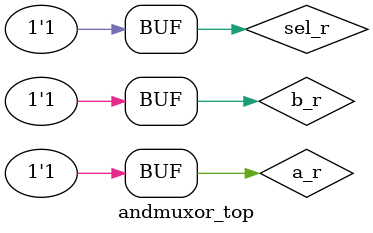
<source format=sv>
module andmuxor_top ;

  reg a_r;
  reg b_r;
  reg sel_r;

  wire o1w;

  andmuxor inst1 (.a(a_r),.b(b_r),.sel(sel_r),.o1(o1w));

  initial begin
    a_r <= 0;
    b_r <= 0;
    sel_r <= 0;
 
    #10; 
    a_r <= 0;
    b_r <= 1;
    sel_r <= 0; 

    #10; 
    a_r <= 1;
    b_r <= 0;
    sel_r <= 0;

    #10; 
    a_r <= 1;
    b_r <= 1;
    sel_r <= 0; 
  
///////////////
    
    #10;
    a_r <= 0;
    b_r <= 0;
    sel_r <= 1;

    #10;
    a_r <= 0;
    b_r <= 1;
    sel_r <= 1;
 
    #10; 
    a_r <= 1;
    b_r <= 0;
    sel_r <= 1; 

    #10; 
    a_r <= 1;
    b_r <= 1;
    sel_r <= 1; 
  
    #10;

   //$finish();
  end

endmodule 
</source>
